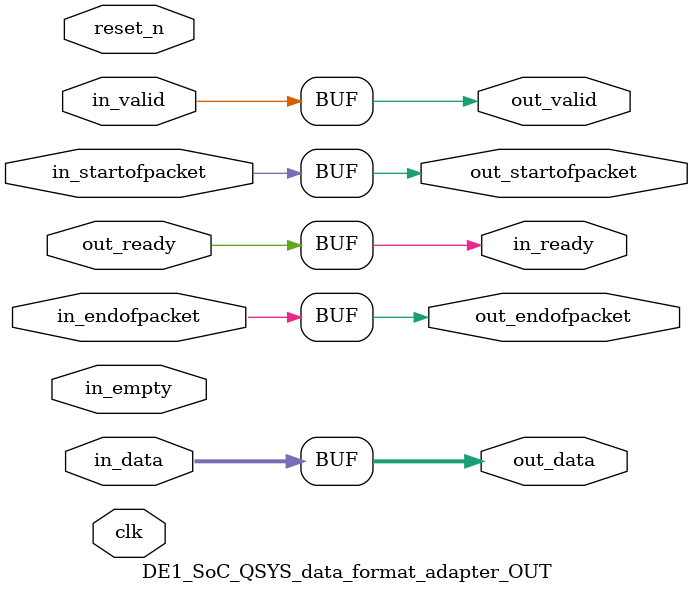
<source format=v>

`timescale 1ns / 100ps
module DE1_SoC_QSYS_data_format_adapter_OUT (
    
      // Interface: clk
      input              clk,
      // Interface: reset
      input              reset_n,
      // Interface: in
      output reg         in_ready,
      input              in_valid,
      input      [23: 0] in_data,
      input              in_startofpacket,
      input              in_endofpacket,
      input      [ 1: 0] in_empty,
      // Interface: out
      input              out_ready,
      output reg         out_valid,
      output reg [23: 0] out_data,
      output reg         out_startofpacket,
      output reg         out_endofpacket
);



   always @* begin
      in_ready = out_ready;
      out_valid = in_valid;
      out_data = in_data;
      out_startofpacket = in_startofpacket;
      out_endofpacket = in_endofpacket;


   end

endmodule


</source>
